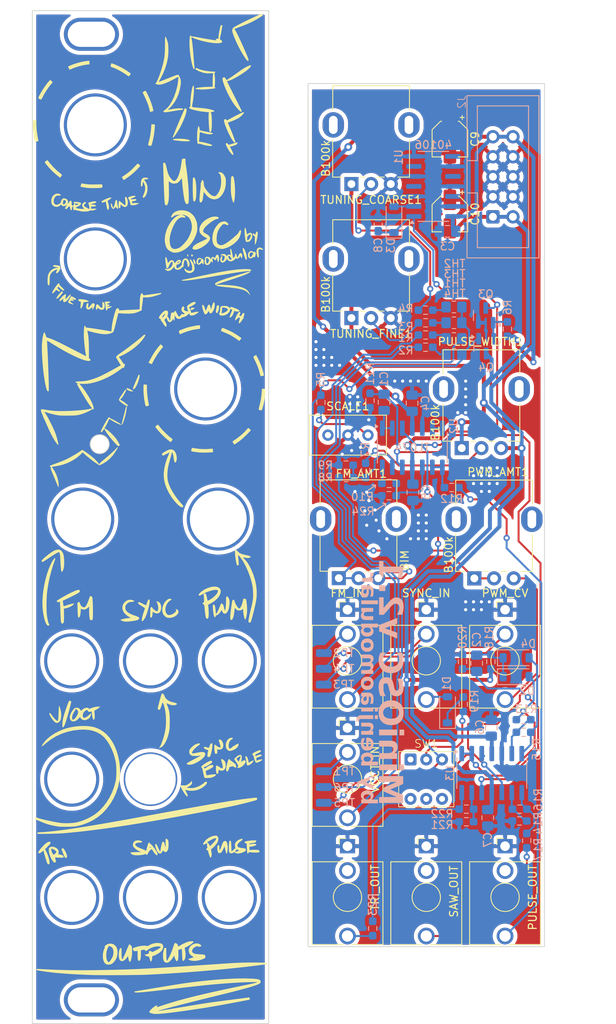
<source format=kicad_pcb>
(kicad_pcb (version 20240108) (generator "pcbnew") (generator_version "8.0")
  (title_block (title "MiniOSC") (rev "2.1") (company "benjiaomodular"))
  (layers (0 "F.Cu" signal) (31 "B.Cu" signal) (34 "B.Paste" user) (35 "F.Paste" user) (36 "B.SilkS" user "B.Silkscreen") (37 "F.SilkS" user "F.Silkscreen") (38 "B.Mask" user) (39 "F.Mask" user) (44 "Edge.Cuts" user))
  (net 0 "")
  (net 1 "Net-(U2A--)")
  (net 2 "Net-(D2-K)")
  (net 3 "GND")
  (net 4 "+12V")
  (net 5 "-12V")
  (net 6 "Net-(D3-K)")
  (net 7 "Net-(D2-A)")
  (net 8 "Net-(D3-A)")
  (net 9 "Net-(D4-A)")
  (net 10 "Net-(D1-A)")
  (net 11 "Net-(FM_AMT1-Pad3)")
  (net 12 "Net-(J9-PadT)")
  (net 13 "Net-(J9-PadTN)")
  (net 14 "Net-(D1-K)")
  (net 15 "Net-(J11-PadTN)")
  (net 16 "Net-(J11-PadT)")
  (net 17 "Net-(J12-PadT)")
  (net 19 "Net-(J13-PadT)")
  (net 22 "Net-(J14-PadT)")
  (net 23 "Net-(PULSE_WIDTH1-Pad2)")
  (net 24 "Net-(PWM_AMT1-Pad1)")
  (net 25 "Net-(R1-Pad1)")
  (net 26 "Net-(R2-Pad1)")
  (net 27 "Net-(R3-Pad2)")
  (net 28 "Net-(R3-Pad1)")
  (net 29 "Net-(R4-Pad2)")
  (net 30 "Net-(R4-Pad1)")
  (net 31 "Net-(R5-Pad1)")
  (net 32 "Net-(U2C--)")
  (net 33 "Net-(U2D-+)")
  (net 34 "Net-(R10-Pad2)")
  (net 35 "Net-(U2D--)")
  (net 36 "Net-(U3B--)")
  (net 37 "Net-(R16-Pad2)")
  (net 38 "Net-(U3D--)")
  (net 39 "Net-(R22-Pad2)")
  (net 45 "Net-(U3D-+)")
  (net 46 "Net-(Q3-B)")
  (net 47 "Net-(Q4-B)")
  (net 48 "Net-(J1-PadTN)")
  (net 49 "Net-(J10-PadT)")
  (net 50 "Net-(SW1A-B)")
  (net 55 "Net-(J10-PadTN)")
  (net 56 "Net-(U2C-+)")
  (net 57 "Net-(U3C--)")
  (net 58 "Net-(U2B--)")
  (footprint "benjiaomodular:Potentiometer_RV09" (layer "F.Cu") (at 180.5 62 90)
    (property "Reference" "TUNING_COARSE1")
    (property "Value" "B100k")
  )
  (footprint "benjiaomodular:Button_KFC7x7" (layer "F.Cu") (at 190 137.5)
    (property "Reference" "SW1")
    (property "Value" "SW_DPDT_x2")
  )
  (footprint "benjiaomodular:AudioJack_3.5mm" (layer "F.Cu") (at 200 146)
    (property "Reference" "J14" (hide yes))
    (property "Value" "PULSE_OUT")
  )
  (footprint "Capacitor_SMD:CP_Elec_4x5.8" (layer "F.Cu") (at 193 65.8 -90)
    (property "Reference" "C10")
    (property "Value" "22uF")
  )
  (footprint "LOGO" (layer "F.Cu") (at 154.8 104.25)
    (property "Reference" "G***" (hide yes))
    (property "Value" "LOGO" (hide yes))
  )
  (footprint "benjiaomodular:AudioJack_3.5mm" (layer "F.Cu") (at 180 146)
    (property "Reference" "J12" (hide yes))
    (property "Value" "TRI_OUT")
  )
  (footprint "benjiaomodular:Potentiometer_RV09" (layer "F.Cu") (at 178.9 112 90)
    (property "Reference" "FM_AMT1")
    (property "Value" "BIM")
  )
  (footprint "benjiaomodular:PanelHole_Potentiometer_RV09" (layer "F.Cu") (at 145.5 79 90)
    (property "Reference" "REF**" (hide yes))
    (property "Value" "PanelHole_Potentiometer_RV09" (hide yes))
  )
  (footprint "benjiaomodular:AudioJack_3.5mm" (layer "F.Cu") (at 200 116)
    (property "Reference" "J11" (hide yes))
    (property "Value" "PWM_CV")
  )
  (footprint "benjiaomodular:Panel_6HP" (layer "F.Cu") (at 140 40)
    (property "Reference" "REF**")
    (property "Value" "Panel_6HP")
  )
  (footprint "benjiaomodular:PanelHole_AudioJack_3.5mm" (layer "F.Cu") (at 165 116)
    (property "Reference" "REF**")
    (property "Value" "PanelHole_AudioJack_3.5mm")
  )
  (footprint "benjiaomodular:PanelHole_AudioJack_3.5mm" (layer "F.Cu") (at 145 131)
    (property "Reference" "REF**")
    (property "Value" "PanelHole_AudioJack_3.5mm" (hide yes))
  )
  (footprint "benjiaomodular:PanelHole_Potentiometer_RV09" (layer "F.Cu") (at 143.9 112 90)
    (property "Reference" "REF**" (hide yes))
    (property "Value" "PanelHole_Potentiometer_RV09" (hide yes))
  )
  (footprint "benjiaomodular:PanelHole_AudioJack_3.5mm" (layer "F.Cu") (at 145 146)
    (property "Reference" "REF**")
    (property "Value" "PanelHole_AudioJack_3.5mm" (hide yes))
  )
  (footprint "benjiaomodular:PanelHole_AudioJack_3.5mm" (layer "F.Cu") (at 155 116)
    (property "Reference" "REF**")
    (property "Value" "PanelHole_AudioJack_3.5mm")
  )
  (footprint "benjiaomodular:AudioJack_3.5mm" (layer "F.Cu") (at 180 131)
    (property "Reference" "J9" (hide yes))
    (property "Value" "VOCT_IN")
  )
  (footprint "benjiaomodular:Potentiometer_RV09" (layer "F.Cu") (at 194.5 95.5 90)
    (property "Reference" "PULSE_WIDTH1")
    (property "Value" "B100k")
  )
  (footprint "benjiaomodular:AudioJack_3.5mm" (layer "F.Cu") (at 190 116)
    (property "Reference" "J1" (hide yes))
    (property "Value" "SYNC_IN")
  )
  (footprint "benjiaomodular:PanelHole_Potentiometer_RV09" (layer "F.Cu") (at 159.5 95.5 90)
    (property "Reference" "REF**" (hide yes))
    (property "Value" "PanelHole_Potentiometer_RV09" (hide yes))
  )
  (footprint "benjiaomodular:PanelHole_Potentiometer_RV09" (layer "F.Cu") (at 161.1 112 90)
    (property "Reference" "REF**" (hide yes))
    (property "Value" "PanelHole_Potentiometer_RV09" (hide yes))
  )
  (footprint "benjiaomodular:PanelHole_AudioJack_3.5mm" (layer "F.Cu") (at 165 146)
    (property "Reference" "REF**")
    (property "Value" "PanelHole_AudioJack_3.5mm")
  )
  (footprint "benjiaomodular:PanelHole_Potentiometer_RV09" (layer "F.Cu") (at 145.5 62 90)
    (property "Reference" "REF**" (hide yes))
    (property "Value" "PanelHole_Potentiometer_RV09" (hide yes))
  )
  (footprint "benjiaomodular:Potentiometer_RV09" (layer "F.Cu") (at 180.5 79 90)
    (property "Reference" "TUNING_FINE1")
    (property "Value" "B100k")
  )
  (footprint "benjiaomodular:Potentiometer_RV09" (layer "F.Cu") (at 196.1 112.025 90)
    (property "Reference" "PWM_AMT1")
    (property "Value" "B100k")
  )
  (footprint "benjiaomodular:AudioJack_3.5mm" (layer "F.Cu") (at 190 146)
    (property "Reference" "J13" (hide yes))
    (property "Value" "SAW_OUT")
  )
  (footprint "Potentiometer_THT:Potentiometer_Bourns_3296W_Vertical" (layer "F.Cu") (at 182.6 93.85)
    (property "Reference" "SCALE1")
    (property "Value" "B1k")
  )
  (footprint "benjiaomodular:PanelHole_AudioJack_3.5mm" (layer "F.Cu") (at 155 146)
    (property "Reference" "REF**")
    (property "Value" "PanelHole_AudioJack_3.5mm")
  )
  (footprint "benjiaomodular:PanelHole_AudioJack_3.5mm" (layer "F.Cu") (at 145 116)
    (property "Reference" "REF**")
    (property "Value" "PanelHole_AudioJack_3.5mm" (hide yes))
  )
  (footprint "Capacitor_SMD:CP_Elec_4x5.8" (layer "F.Cu") (at 193 56.3 -90)
    (property "Reference" "C9")
    (property "Value" "22uF")
  )
  (footprint "benjiaomodular:AudioJack_3.5mm" (layer "F.Cu") (at 180 116)
    (property "Reference" "J10" (hide yes))
    (property "Value" "FM_IN")
  )
  (footprint "Diode_SMD:D_SOD-123" (layer "B.Cu") (at 201.4 124.5)
    (property "Reference" "D2")
    (property "Value" "1N4148W")
  )
  (footprint "Diode_SMD:D_SOD-123" (layer "B.Cu") (at 192.7 128.7 90)
    (property "Reference" "D1")
    (property "Value" "1N4148W")
  )
  (footprint "Connector_Wire:SolderWirePad_1x01_SMD_1x2mm" (layer "B.Cu") (at 177 123.5 90)
    (property "Reference" "TP4")
    (property "Value" "TestPoint")
  )
  (footprint "Resistor_SMD:R_0603_1608Metric_Pad0.98x0.95mm_HandSolder" (layer "B.Cu") (at 182.86 89.46 90)
    (property "Reference" "R11")
    (property "Value" "100k")
  )
  (footprint "Resistor_SMD:R_0603_1608Metric_Pad0.98x0.95mm_HandSolder" (layer "B.Cu") (at 198.2 122.6 90)
    (property "Reference" "R18")
    (property "Value" "20k")
  )
  (footprint "Connector_Wire:SolderWirePad_1x01_SMD_1x2mm" (layer "B.Cu") (at 177 125.5 90)
    (property "Reference" "TP3")
    (property "Value" "TestPoint")
  )
  (footprint "Resistor_SMD:R_0805_2012Metric_Pad1.20x1.40mm_HandSolder" (layer "B.Cu") (at 193.5125 77.6 180)
    (property "Reference" "TH2")
    (property "Value" "10K NTC")
  )
  (footprint "Resistor_SMD:R_0603_1608Metric_Pad0.98x0.95mm_HandSolder" (layer "B.Cu") (at 179.81 97.66 180)
    (property "Reference" "R9")
    (property "Value" "10k")
  )
  (footprint "Package_SO:SOIC-14_3.9x8.7mm_P1.27mm" (layer "B.Cu") (at 198.3125 136.725 -90)
    (property "Reference" "U3")
    (property "Value" "TL074")
  )
  (footprint "Resistor_SMD:R_0603_1608Metric_Pad0.98x0.95mm_HandSolder" (layer "B.Cu") (at 193.2225 100.5)
    (property "Reference" "R12")
    (property "Value" "1k")
  )
  (footprint "Resistor_SMD:R_0603_1608Metric_Pad0.98x0.95mm_HandSolder" (layer "B.Cu") (at 183.2 156.4375 -90)
    (property "Reference" "R23")
    (property "Value" "1k")
  )
  (footprint "Capacitor_SMD:C_0603_1608Metric_Pad1.08x0.95mm_HandSolder" (layer "B.Cu") (at 183.9 67.1 90)
    (property "Reference" "C8")
    (property "Value" "2.2nF")
  )
  (footprint "Resistor_SMD:R_0603_1608Metric_Pad0.98x0.95mm_HandSolder" (layer "B.Cu") (at 185.26 101.54 180)
    (property "Reference" "R24")
    (property "Value" "68k")
  )
  (footprint "Diode_SMD:D_SOD-123" (layer "B.Cu") (at 185.9 66.5 90)
    (property "Reference" "D3")
    (property "Value" "1N4148W")
  )
  (footprint "Capacitor_SMD:C_0805_2012Metric_Pad1.18x1.45mm_HandSolder" (layer "B.Cu") (at 196.4 122.8 -90)
    (property "Reference" "C2")
    (property "Value" "1uF")
  )
  (footprint "Resistor_SMD:R_0603_1608Metric_Pad0.98x0.95mm_HandSolder" (layer "B.Cu") (at 189.9125 82.7 180)
    (property "Reference" "R2")
    (property "Value" "100k")
  )
  (footprint "Connector_Wire:SolderWirePad_1x01_SMD_1x2mm" (layer "B.Cu") (at 177 121.5 90)
    (property "Reference" "TP2")
    (property "Value" "TestPoint")
  )
  (footprint "Resistor_SMD:R_0603_1608Metric_Pad0.98x0.95mm_HandSolder" (layer "B.Cu") (at 194.6 122.6 -90)
    (property "Reference" "R20")
    (property "Value" "200k")
  )
  (footprint "Connector_Wire:SolderWirePad_1x01_SMD_1x2mm" (layer "B.Cu") (at 177 140.5 90)
    (property "Reference" "TP5")
    (property "Value" "TestPoint")
  )
  (footprint "Resistor_SMD:R_0603_1608Metric_Pad0.98x0.95mm_HandSolder" (layer "B.Cu") (at 182.3 98.325 90)
    (property "Reference" "R7")
    (property "Value" "100k")
  )
  (footprint "Connector_Wire:SolderWirePad_1x01_SMD_1x2mm" (layer "B.Cu") (at 177 138.5 90)
    (property "Reference" "TP6")
    (property "Value" "TestPoint")
  )
  (footprint "Resistor_SMD:R_0603_1608Metric_Pad0.98x0.95mm_HandSolder" (layer "B.Cu") (at 179.83 99.23 180)
    (property "Reference" "R8")
    (property "Value" "20k")
  )
  (footprint "Resistor_SMD:R_0805_2012Metric_Pad1.20x1.40mm_HandSolder" (layer "B.Cu") (at 193.5125 83.6 180)
    (property "Reference" "TH4")
    (property "Value" "10K NTC")
  )
  (footprint "Capacitor_SMD:C_0805_2012Metric_Pad1.18x1.45mm_HandSolder" (layer "B.Cu") (at 197.8 142.4 90)
    (property "Reference" "C7")
    (property "Value" "100nF")
  )
  (footprint "Resistor_SMD:R_0603_1608Metric_Pad0.98x0.95mm_HandSolder" (layer "B.Cu") (at 189.9125 81.15 180)
    (property "Reference" "R1")
    (property "Value" "100k")
  )
  (footprint "Resistor_SMD:R_0603_1608Metric_Pad0.98x0.95mm_HandSolder" (layer "B.Cu") (at 176.62 89.7025 90)
    (property "Reference" "R5")
    (property "Value" "1K5")
  )
  (footprint "Connector_Wire:SolderWirePad_1x01_SMD_1x2mm" (layer "B.Cu") (at 177 136.5 90)
    (property "Reference" "TP1")
    (property "Value" "TestPoint")
  )
  (footprint "Capacitor_SMD:C_0805_2012Metric_Pad1.18x1.45mm_HandSolder" (layer "B.Cu") (at 188.2 89.8 90)
    (property "Reference" "C4")
    (property "Value" "100nF")
  )
  (footprint "Resistor_SMD:R_0603_1608Metric_Pad0.98x0.95mm_HandSolder" (layer "B.Cu") (at 202.75 145.3 -90)
    (property "Reference" "R17")
    (property "Value" "1k")
  )
  (footprint "Capacitor_SMD:C_0805_2012Metric_Pad1.18x1.45mm_HandSolder" (layer "B.Cu") (at 192.7 68 180)
    (property "Reference" "C3")
    (property "Value" "100nF")
  )
  (footprint "Resistor_SMD:R_0603_1608Metric_Pad0.98x0.95mm_HandSolder" (layer "B.Cu") (at 202.35 129.95 180)
    (property "Reference" "R13")
    (property "Value" "10k")
  )
  (footprint "Package_TO_SOT_SMD:SOT-23" (layer "B.Cu") (at 197.55 78.6625 90)
    (property "Reference" "Q3")
    (property "Value" "BC848")
  )
  (footprint "Resistor_SMD:R_0603_1608Metric_Pad0.98x0.95mm_HandSolder" (layer "B.Cu") (at 202.35 131.55 180)
    (property "Reference" "R15")
    (property "Value" "10k")
  )
  (footprint "Package_SO:SOIC-14_3.9x8.7mm_P1.27mm" (layer "B.Cu") (at 188.2275 95.45 -90)
    (property "Reference" "U2")
    (property "Value" "TL074")
  )
  (footprint "Resistor_SMD:R_0603_1608Metric_Pad0.98x0.95mm_HandSolder" (layer "B.Cu") (at 201.8375 142.8 180)
    (property "Reference" "R14")
    (property "Value" "68k")
  )
  (footprint "Resistor_SMD:R_0603_1608Metric_Pad0.98x0.95mm_HandSolder" (layer "B.Cu") (at 194.7 127.9875 90)
    (property "Reference" "R19")
    (property "Value" "1k")
  )
  (footprint "Resistor_SMD:R_0603_1608Metric_Pad0.98x0.95mm_HandSolder" (layer "B.Cu") (at 185.28 99.98 180)
    (property "Reference" "R10")
    (property "Value" "100k")
  )
  (footprint "Capacitor_SMD:C_0805_2012Metric_Pad1.18x1.45mm_HandSolder" (layer "B.Cu") (at 184.64 89.69 90)
    (property "Reference" "C1")
    (property "Value" "1uF")
  )
  (footprint "benjiaomodular:Header_IDC2x05_NoArrow" (layer "B.Cu") (at 198.46 66.16)
    (property "Reference" "J2")
    (property "Value" "Conn_01x10_Pin")
  )
  (footprint "Resistor_SMD:R_0603_1608Metric_Pad0.98x0.95mm_HandSolder" (layer "B.Cu") (at 195.0875 142.9 180)
    (property "Reference" "R21")
    (property "Value" "20k")
  )
  (footprint "Package_TO_SOT_SMD:SOT-23" (layer "B.Cu") (at 197.6 82.5625 -90)
    (property "Reference" "Q4")
    (property "Value" "BC858")
  )
  (footprint "Resistor_SMD:R_0603_1608Metric_Pad0.98x0.95mm_HandSolder" (layer "B.Cu") (at 189.9125 79.6 180)
    (property "Reference" "R3")
    (property "Value" "1M")
  )
  (footprint "Package_SO:SOIC-14_3.9x8.7mm_P1.27mm" (layer "B.Cu") (at 190.9 62.3)
    (property "Reference" "U1")
    (property "Value" "40106")
  )
  (footprint "Resistor_SMD:R_0603_1608Metric_Pad0.98x0.95mm_HandSolder" (layer "B.Cu") (at 201.85 141.3)
    (property "Reference" "R16")
    (property "Value" "100k")
  )
  (footprint "Resistor_SMD:R_0603_1608Metric_Pad0.98x0.95mm_HandSolder" (layer "B.Cu") (at 195.0875 141.3 180)
    (property "Reference" "R22")
    (property "Value" "100k")
  )
  (footprint "Resistor_SMD:R_0603_1608Metric_Pad0.98x0.95mm_HandSolder" (layer "B.Cu") (at 189.9125 78 180)
    (property "Reference" "R4")
    (property "Value" "100k")
  )
  (footprint "Capacitor_SMD:C_0805_2012Metric_Pad1.18x1.45mm_HandSolder" (layer "B.Cu") (at 188.3 101.11 90)
    (property "Reference" "C5")
    (property "Value" "100nF")
  )
  (footprint "Resistor_SMD:R_0603_1608Metric_Pad0.98x0.95mm_HandSolder" (layer "B.Cu") (at 200.3 80.4 -90)
    (property "Reference" "R6")
    (property "Value" "1M")
  )
  (footprint "Capacitor_SMD:C_0805_2012Metric_Pad1.18x1.45mm_HandSolder" (layer "B.Cu") (at 198.25 131 90)
    (property "Reference" "C6")
    (property "Value" "100nF")
  )
  (footprint "Resistor_SMD:R_0805_2012Metric_Pad1.20x1.40mm_HandSolder" (layer "B.Cu") (at 193.5125 81.6 180)
    (property "Reference" "TH1")
    (property "Value" "10K NTC")
  )
  (footprint "Diode_SMD:D_SOD-123" (layer "B.Cu") (at 201.4 122.1)
    (property "Reference" "D4")
    (property "Value" "1N4148W")
  )
  (footprint "Resistor_SMD:R_0805_2012Metric_Pad1.20x1.40mm_HandSolder" (layer "B.Cu") (at 193.5125 79.6 180)
    (property "Reference" "TH3")
    (property "Value" "10K NTC")
  )
  (gr_line (start 183.545 100.2) (end 183.145 100.175) (stroke (width 0.15)) (layer "B.SilkS"))
  (gr_line (start 184.825 102.875) (end 184.85 102.55) (stroke (width 0.15)) (layer "B.SilkS"))
  (gr_line (start 184.85 102.55) (end 184.825 102.875) (stroke (width 0.15)) (layer "B.SilkS"))
  (gr_line (start 183.545 100.2) (end 182.645 100.85) (stroke (width 0.15)) (layer "B.SilkS"))
  (gr_line (start 184.85 102.55) (end 183.525 103.45) (stroke (width 0.15)) (layer "B.SilkS"))
  (gr_line (start 183.545 100.2) (end 183.52 100.55) (stroke (width 0.15)) (layer "B.SilkS"))
  (gr_line (start 184.85 102.55) (end 184.475 102.45) (stroke (width 0.15)) (layer "B.SilkS"))
  (gr_rect (start 175 49.25) (end 205 158.75) (stroke (width 0.1)) (fill none) (layer "Edge.Cuts"))
  (gr_rect (start 140 40) (end 170 168.5) (stroke (width 0.1)) (fill none) (layer "Edge.Cuts"))
  (gr_circle (center 148.55 95) (end 149.75 95) (stroke (width 0.1)) (fill none) (layer "Edge.Cuts"))
  (gr_text "by benjiaomodular" (at 181.4 140.8 -90) (layer "B.SilkS") (effects (font (size 2 2) (thickness 0.4) (bold yes)) (justify left bottom mirror)))
  (gr_text "MiniOSC v2.1" (at 183.5 140.9 270) (layer "B.SilkS") (effects (font (size 3 3) (thickness 0.6) (bold yes)) (justify left bottom mirror)))
  (via (at 155 137.5) (size 6.8) (drill 6.4) (layers "F.Cu" "B.Cu") (net 0))
  (segment (start 184.64 92.7525) (end 184.4175 92.975) (width 0.25) (layer "B.Cu") (net 1))
  (segment (start 184.64 90.7275) (end 184.64 92.7525) (width 0.25) (layer "B.Cu") (net 1))
  (segment (start 184.4175 92.975) (end 185.6875 92.975) (width 0.25) (layer "B.Cu") (net 1))
  (segment (start 198.6125 122.1) (end 198.2 121.6875) (width 0.25) (layer "B.Cu") (net 2))
  (segment (start 199.75 122.1) (end 198.6125 122.1) (width 0.25) (layer "B.Cu") (net 2))
  (segment (start 196.475 121.6875) (end 196.4 121.7625) (width 0.25) (layer "B.Cu") (net 2))
  (segment (start 199.75 122.1) (end 199.75 124.5) (width 0.25) (layer "B.Cu") (net 2))
  (segment (start 198.2 121.6875) (end 196.475 121.6875) (width 0.25) (layer "B.Cu") (net 2))
  (via (at 196 115) (size 0.8) (drill 0.4) (layers "F.Cu" "B.Cu") (net 3))
  (via (at 179.33 96.28) (size 0.8) (drill 0.4) (layers "F.Cu" "B.Cu") (net 3))
  (via (at 181.3 90.8) (size 0.8) (drill 0.4) (layers "F.Cu" "B.Cu") (net 3))
  (via (at 199 98) (size 0.8) (drill 0.4) (layers "F.Cu" "B.Cu") (net 3))
  (via (at 179 85) (size 0.8) (drill 0.4) (layers "F.Cu" "B.Cu") (net 3))
  (via (at 177 83) (size 0.8) (drill 0.4) (layers "F.Cu" "B.Cu") (net 3))
  (via (at 198 115) (size 0.8) (drill 0.4) (layers "F.Cu" "B.Cu") (net 3))
  (via (at 186 87) (size 0.8) (drill 0.4) (layers "F.Cu" "B.Cu") (net 3))
  (via (at 195 116) (size 0.8) (drill 0.4) (layers "F.Cu" "B.Cu") (net 3))
  (via (at 180.3 89.9) (size 0.8) (drill 0.4) (layers "F.Cu" "B.Cu") (net 3))
  (via (at 194 91) (size 0.8) (drill 0.4) (layers "F.Cu" "B.Cu") (net 3))
  (via (at 181.3 89.9) (size 0.8) (drill 0.4) (layers "F.Cu" "B.Cu") (net 3))
  (via (at 188 107) (size 0.8) (drill 0.4) (layers "F.Cu" "B.Cu") (net 3))
  (via (at 190 87) (size 0.8) (drill 0.4) (layers "F.Cu" "B.Cu") (net 3))
  (via (at 177 84) (size 0.8) (drill 0.4) (layers "F.Cu" "B.Cu") (net 3))
  (via (at 176 84) (size 0.8) (drill 0.4) (layers "F.Cu" "B.Cu") (net 3))
  (via (at 189 105) (size 0.8) (drill 0.4) (layers "F.Cu" "B.Cu") (net 3))
  (via (at 183.64 104.64) (size 0.8) (drill 0.4) (layers "F.Cu" "B.Cu") (net 3))
  (via (at 184 106) (size 0.8) (drill 0.4) (layers "F.Cu" "B.Cu") (net 3))
  (via (at 190 104) (size 0.8) (drill 0.4) (layers "F.Cu" "B.Cu") (net 3))
  (via (at 178 84) (size 0.8) (drill 0.4) (layers "F.Cu" "B.Cu") (net 3))
  (via (at 195 115) (size 0.8) (drill 0.4) (layers "F.Cu" "B.Cu") (net 3))
  (via (at 195 87) (size 0.8) (drill 0.4) (layers "F.Cu" "B.Cu") (net 3))
  (via (at 197 101) (size 0.8) (drill 0.4) (layers "F.Cu" "B.Cu") (net 3))
  (via (at 176 82) (size 0.8) (drill 0.4) (layers "F.Cu" "B.Cu") (net 3))
  (via (at 183.49 103.35) (size 0.8) (drill 0.4) (layers "F.Cu" "B.Cu") (net 3))
  (via (at 195 89) (size 0.8) (drill 0.4) (layers "F.Cu" "B.Cu") (net 3))
  (via (at 176 83) (size 0.8) (drill 0.4) (layers "F.Cu" "B.Cu") (net 3))
  (via (at 180.95 101.01) (size 0.8) (drill 0.4) (layers "F.Cu" "B.Cu") (net 3))
  (via (at 195 91) (size 0.8) (drill 0.4) (layers "F.Cu" "B.Cu") (net 3))
  (via (at 197 115) (size 0.8) (drill 0.4) (layers "F.Cu" "B.Cu") (net 3))
  (via (at 197 100) (size 0.8) (drill 0.4) (layers "F.Cu" "B.Cu") (net 3))
  (via (at 181.66 95.41) (size 0.8) (drill 0.4) (layers "F.Cu" "B.Cu") (net 3))
  (via (at 176 85) (size 0.8) (drill 0.4) (layers "F.Cu" "B.Cu") (net 3))
  (via (at 187 87) (size 0.8) (drill 0.4) (layers "F.Cu" "B.Cu") (net 3))
  (via (at 188 87) (size 0.8) (drill 0.4) (layers "F.Cu" "B.Cu") (net 3))
  (via (at 198 99) (size 0.8) (drill 0.4) (layers "F.Cu" "B.Cu") (net 3))
  (via (at 180.3 89) (size 0.8) (drill 0.4) (layers "F.Cu" "B.Cu") (net 3))
  (via (at 197 116) (size 0.8) (drill 0.4) (layers "F.Cu" "B.Cu") (net 3))
  (via (at 185 107) (size 0.8) (drill 0.4) (layers "F.Cu" "B.Cu") (net 3))
  (via (at 182.21 103.46) (size 0.8) (drill 0.4) (layers "F.Cu" "B.Cu") (net 3))
  (via (at 196 100) (size 0.8) (drill 0.4) (layers "F.Cu" "B.Cu") (net 3))
  (via (at 199 99) (size 0.8) (drill 0.4) (layers "F.Cu" "B.Cu") (net 3))
  (via (at 190 107) (size 0.8) (drill 0.4) (layers "F.Cu" "B.Cu") (net 3))
  (via (at 180.3 90.8) (size 0.8) (drill 0.4) (layers "F.Cu" "B.Cu") (net 3))
  (via (at 198 101) (size 0.8) (drill 0.4) (layers "F.Cu" "B.Cu") (net 3))
  (via (at 182.44 105.29) (size 0.8) (drill 0.4) (layers "F.Cu" "B.Cu") (net 3))
  (via (at 177 85) (size 0.8) (drill 0.4) (layers "F.Cu" "B.Cu") (net 3))
  (via (at 178 85) (size 0.8) (drill 0.4) (layers "F.Cu" "B.Cu") (net 3))
  (via (at 181.3 89) (size 0.8) (drill 0.4) (layers "F.Cu" "B.Cu") (net 3))
  (via (at 189 106) (size 0.8) (drill 0.4) (layers "F.Cu" "B.Cu") (net 3))
  (via (at 197 98) (size 0.8) (drill 0.4) (layers "F.Cu" "B.Cu") (net 3))
  (via (at 189 107) (size 0.8) (drill 0.4) (layers "F.Cu" "B.Cu") (net 3))
  (via (at 196 116) (size 0.8) (drill 0.4) (layers "F.Cu" "B.Cu") (net 3))
  (via (at 195 88) (size 0.8) (drill 0.4) (layers "F.Cu" "B.Cu") (net 3))
  (via (at 182.44 101.09) (size 0.8) (drill 0.4) (layers "F.Cu" "B.Cu") (net 3))
  (via (at 182.74 102.17) (size 0.8) (drill 0.4) (layers "F.Cu" "B.Cu") (net 3))
  (via (at 189 104) (size 0.8) (drill 0.4) (layers "F.Cu" "B.Cu") (net 3))
  (via (at 190 106) (size 0.8) (drill 0.4) (layers "F.Cu" "B.Cu") (net 3))
  (via (at 197 99) (size 0.8) (drill 0.4) (layers "F.Cu" "B.Cu") (net 3))
  (via (at 180.53 95.81) (size 0.8) (drill 0.4) (layers "F.Cu" "B.Cu") (net 3))
  (via (at 198 98) (size 0.8) (drill 0.4) (layers "F.Cu" "B.Cu") (net 3))
  (via (at 196 99) (size 0.8) (drill 0.4) (layers "F.Cu" "B.Cu") (net 3))
  (via (at 198 100) (size 0.8) (drill 0.4) (layers "F.Cu" "B.Cu") (net 3))
  (via (at 189 87) (size 0.8) (drill 0.4) (layers "F.Cu" "B.Cu") (net 3))
  (via (at 199 100) (size 0.8) (drill 0.4) (layers "F.Cu" "B.Cu") (net 3))
  (via (at 182.7 91.91) (size 0.8) (drill 0.4) (layers "F.Cu" "B.Cu") (net 3))
  (via (at 190 105) (size 0.8) (drill 0.4) (layers "F.Cu" "B.Cu") (net 3))
  (via (at 195 90) (size 0.8) (drill 0.4) (layers "F.Cu" "B.Cu") (net 3))
  (segment (start 189.4975 92.000001) (end 189.4975 92.975) (width 0.25) (layer "B.Cu") (net 3))
  (segment (start 191.4 52) (end 185.3 52) (width 0.5) (layer "F.Cu") (net 4))
  (segment (start 185.740775 88.940775) (end 186.095 88.940775) (width 0.5) (layer "F.Cu") (net 4))
  (segment (start 180.1 57.2) (end 180.1 57.3) (width 0.5) (layer "F.Cu") (net 4))
  (segment (start 193 53.6) (end 191.4 52) (width 0.5) (layer "F.Cu") (net 4))
  (segment (start 195.4 56) (end 193 53.6) (width 0.5) (layer "F.Cu") (net 4))
  (segment (start 198.46 56) (end 195.4 56) (width 0.5) (layer "F.Cu") (net 4))
  (segment (start 202.1 95.5) (end 199.5 95.5) (width 0.5) (layer "F.Cu") (net 4))
  (segment (start 201.6 82.6) (end 203.6 84.6) (width 0.5) (layer "F.Cu") (net 4))
  (segment (start 176.9 80.1) (end 185.740775 88.940775) (width 0.5) (layer "F.Cu") (net 4))
  (segment (start 201.6 81.8) (end 201.6 82.6) (width 0.5) (layer "F.Cu") (net 4))
  (segment (start 185.3 52) (end 180.1 57.2) (width 0.5) (layer "F.Cu") (net 4))
  (via (at 186.095 88.940775) (size 1) (drill 0.5) (layers "F.Cu" "B.Cu") (net 4))
  (via (at 203.6 84.6) (size 0.8) (drill 0.4) (layers "F.Cu" "B.Cu") (net 4))
  (via (at 201.6 81.8) (size 0.8) (drill 0.4) (layers "F.Cu" "B.Cu") (net 4))
  (via (at 202.1 95.5) (size 1) (drill 0.5) (layers "F.Cu" "B.Cu") (net 4))
  (via (at 180.1 57.3) (size 1) (drill 0.5) (layers "F.Cu" "B.Cu") (net 4))
  (via (at 176.9 80.1) (size 0.8) (drill 0.4) (layers "F.Cu" "B.Cu") (net 4))
  (segment (start 203.61 58.61) (end 201 56) (width 0.5) (layer "B.Cu") (net 4))
  (segment (start 198.3125 132.25) (end 198.1625 132.1) (width 0.5) (layer "B.Cu") (net 4))
  (segment (start 192.98995 131.5) (end 190.4 131.5) (width 0.5) (layer "B.Cu") (net 4))
  (segment (start 195.19 66.11) (end 196.4 64.9) (width 0.5) (layer "B.Cu") (net 4))
  (segment (start 188.2 125.402082) (end 188.35 125.252082) (width 0.5) (layer "B.Cu") (net 4))
  (segment (start 198.25 87.8) (end 203.61 82.44) (width 0.5) (layer "B.Cu") (net 4))
  (segment (start 201.1125 81.3125) (end 201.6 81.8) (width 0.5) (layer "B.Cu") (net 4))
  (segment (start 193.375 67.6375) (end 193.7375 68) (width 0.5) (layer "B.Cu") (net 4))
  (segment (start 188.35 124.547918) (end 188.2 124.397918) (width 0.5) (layer "B.Cu") (net 4))
  (segment (start 199.296752 105.453248) (end 199.296752 103.193198) (width 0.5) (layer "B.Cu") (net 4))
  (segment (start 175.75 78.95) (end 175.75 61.65) (width 0.5) (layer "B.Cu") (net 4))
  (segment (start 198.25 89.71005) (end 198.25 87.8) (width 0.5) (layer "B.Cu") (net 4))
  (segment (start 188.2275 90.865) (end 188.2275 92.975) (width 0.5) (layer "B.Cu") (net 4))
  (segment (start 188.35 125.252082) (end 188.35 124.547918) (width 0.5) (layer "B.Cu") (net 4))
  (segment (start 198.1625 132.1) (end 193.58995 132.1) (width 0.5) (layer "B.Cu") (net 4))
  (segment (start 203.6 84.6) (end 203.6 82.45) (width 0.5) (layer "B.Cu") (net 4))
  (segment (start 196.4 64.9) (end 196.4 58.06) (width 0.5) (layer "B.Cu") (net 4))
  (segment (start 202.1 95.5) (end 202.1 93.56005) (width 0.5) (layer "B.Cu") (net 4))
  (segment (start 190.48995 111.8) (end 192.95 111.8) (width 0.5) (layer "B.Cu") (net 4))
  (segment (start 192.95 111.8) (end 199.296752 105.453248) (width 0.5) (layer "B.Cu") (net 4))
  (segment (start 193.375 66.11) (end 193.375 67.6375) (width 0.5) (layer "B.Cu") (net 4))
  (segment (start 199.296752 103.193198) (end 202.1 100.38995) (width 0.5) (layer "B.Cu") (net 4))
  (segment (start 188.2 129.3) (end 188.2 125.402082) (width 0.5) (layer "B.Cu") (net 4))
  (segment (start 202.1 93.56005) (end 198.25 89.71005) (width 0.5) (layer "B.Cu") (net 4))
  (segment (start 190.4 131.5) (end 188.2 129.3) (width 0.5) (layer "B.Cu") (net 4))
  (segment (start 188.2 124.397918) (end 188.2 114.08995) (width 0.5) (layer "B.Cu") (net 4))
  (segment (start 201 56) (end 198.46 56) (width 0.5) (layer "B.Cu") (net 4))
  (segment (start 176.9 80.1) (end 175.75 78.95) (width 0.5) (layer "B.Cu") (net 4))
  (segment (start 193.375 66.11) (end 195.19 66.11) (width 0.5) (layer "B.Cu") (net 4))
  (segment (start 203.61 82.44) (end 203.61 58.61) (width 0.5) (layer "B.Cu") (net 4))
  (segment (start 200.3 81.3125) (end 201.1125 81.3125) (width 0.5) (layer "B.Cu") (net 4))
  (segment (start 188.2 90.8375) (end 187.805622 90.8375) (width 0.5) (layer "B.Cu") (net 4))
  (segment (start 202.1 100.38995) (end 202.1 95.5) (width 0.5) (layer "B.Cu") (net 4))
  (segment (start 180.1 57.3) (end 180.13 57.27) (width 0.5) (layer "B.Cu") (net 4))
  (segment (start 188.2 114.08995) (end 190.48995 111.8) (width 0.5) (layer "B.Cu") (net 4))
  (segment (start 196.4 58.06) (end 198.46 56) (width 0.5) (layer "B.Cu") (net 4))
  (segment (start 187.805622 90.8375) (end 186.15 89.181878) (width 0.5) (layer "B.Cu") (net 4))
  (segment (start 188.2 90.8375) (end 188.2275 90.865) (width 0.5) (layer "B.Cu") (net 4))
  (segment (start 203.6 82.45) (end 203.61 82.44) (width 0.5) (layer "B.Cu") (net 4))
  (segment (start 175.75 61.65) (end 180.1 57.3) (width 0.5) (layer "B.Cu") (net 4))
  (segment (start 198.3125 134.25) (end 198.3125 132.25) (width 0.5) (layer "B.Cu") (net 4))
  (segment (start 193.58995 132.1) (end 192.98995 131.5) (width 0.5) (layer "B.Cu") (net 4))
  (segment (start 193.4475 66.0375) (end 193.375 66.11) (width 0.5) (layer "B.Cu") (net 4))
  (segment (start 198.1 124.9) (end 187.5 124.9) (width 0.5) (layer "F.Cu") (net 5))
  (segment (start 181.383179 83.381097) (end 181.381097 83.381097) (width 0.5) (layer "F.Cu") (net 5))
  (segment (start 183.07 85.07) (end 181.881097 83.881097) (width 0.5) (layer "F.Cu") (net 5))
  (segment (start 188.55 94.25) (end 187.617432 95.182568) (width 0.5) (layer "F.Cu") (net 5))
  (segment (start 193.900432 92.2) (end 191.850432 94.25) (width 0.5) (layer "F.Cu") (net 5))
  (segment (start 181.881097 83.881097) (end 181.881097 83.879015) (width 0.5) (layer "F.Cu") (net 5))
  (segment (start 191.850432 94.25) (end 188.55 94.25) (width 0.5) (layer "F.Cu") (net 5))
  (segment (start 195.34 66.16) (end 193 68.5) (width 0.5) (layer "F.Cu") (net 5))
  (segment (start 198.46 66.16) (end 195.34 66.16) (width 0.5) (layer "F.Cu") (net 5))
  (segment (start 181.381097 83.381097) (end 180.5 82.5) (width 0.5) (layer "F.Cu") (net 5))
  (segment (start 197.3 91.9) (end 197.3 89.75) (width 0.5) (layer "F.Cu") (net 5))
  (segment (start 197 92.2) (end 197.3 91.9) (width 0.5) (layer "F.Cu") (net 5))
  (segment (start 196.27 85.07) (end 183.07 85.07) (width 0.5) (layer "F.Cu") (net 5))
  (segment (start 180.5 82.5) (end 180.5 79) (width 0.5) (layer "F.Cu") (net 5))
  (segment (start 194.5 92.2) (end 193.900432 92.2) (width 0.5) (layer "F.Cu") (net 5))
  (segment (start 197.3 89.75) (end 197.3 86.1) (width 0.5) (layer "F.Cu") (net 5))
  (segment (start 181.881097 83.879015) (end 181.383179 83.381097) (width 0.5) (layer "F.Cu") (net 5))
  (segment (start 197.3 86.1) (end 196.27 85.07) (width 0.5) (layer "F.Cu") (net 5))
  (segment (start 194.5 92.2) (end 197 92.2) (width 0.5) (layer "F.Cu") (net 5))
  (segment (start 180.5 79) (end 180.5 62) (width 0.5) (layer "F.Cu") (net 5))
  (via (at 187.5 124.9) (size 0.8) (drill 0.4) (layers "F.Cu" "B.Cu") (net 5))
  (via (at 194.5 92.2) (size 1) (drill 0.5) (layers "F.Cu" "B.Cu") (net 5))
  (via (at 187.617432 95.182568) (size 1) (drill 0.5) (layers "F.Cu" "B.Cu") (net 5))
  (via (at 198.1 124.9) (size 0.8) (drill 0.4) (layers "F.Cu" "B.Cu") (net 5))
  (via (at 197.3 89.75) (size 1) (drill 0.5) (layers "F.Cu" "B.Cu") (net 5))
  (segment (start 202.91 82.15005) (end 202.91 68.07) (width 0.5) (layer "B.Cu") (net 5))
  (segment (start 198.079523 103.420477) (end 198.079523 104.65) (width 0.5) (layer "B.Cu") (net 5))
  (segment (start 190.1 132.2) (end 187.5 129.6) (width 0.5) (layer "B.Cu") (net 5))
  (segment (start 198.3125 139.2) (end 198.3125 137.416921) (width 0.5) (layer "B.Cu") (net 5))
  (segment (start 193.45 135.3) (end 193.45 132.95) (width 0.5) (layer "B.Cu") (net 5))
  (segment (start 192.7 132.2) (end 190.1 132.2) (width 0.5) (layer "B.Cu") (net 5))
  (segment (start 190.2 111.1) (end 192.65 111.1) (width 0.5) (layer "B.Cu") (net 5))
  (segment (start 194.75 136.6) (end 193.45 135.3) (width 0.5) (layer "B.Cu") (net 5))
  (segment (start 198.46 66.16) (end 201 66.16) (width 0.5) (layer "B.Cu") (net 5))
  (segment (start 198.079523 105.670477) (end 198.079523 104.65) (width 0.5) (layer "B.Cu") (net 5))
  (segment (start 194.5 92.2) (end 194.5 95.5) (width 0.5) (layer "B.Cu") (net 5))
  (segment (start 188.2275 97.925) (end 188.2275 100) (width 0.5) (layer "B.Cu") (net 5))
  (segment (start 201 93.45) (end 201 100.5) (width 0.5) (layer "B.Cu") (net 5))
  (segment (start 201 100.5) (end 198.079523 103.420477) (width 0.5) (layer "B.Cu") (net 5))
  (segment (start 197.495579 136.6) (end 194.75 136.6) (width 0.5) (layer "B.Cu") (net 5))
  (segment (start 198.3125 139.2) (end 198.3125 140.85) (width 0.5) (layer "B.Cu") (net 5))
  (segment (start 197.3 89.75) (end 201 93.45) (width 0.5) (layer "B.Cu") (net 5))
  (segment (start 187.617432 95.182568) (end 188.2275 95.792636) (width 0.5) (layer "B.Cu") (net 5))
  (segment (start 192.65 111.1) (end 198.079523 105.670477) (width 0.5) (layer "B.Cu") (net 5))
  (segment (start 193.45 132.95) (end 192.7 132.2) (width 0.5) (layer "B.Cu") (net 5))
  (segment (start 187.5 124.9) (end 187.5 113.8) (width 0.5) (layer "B.Cu") (net 5))
  (segment (start 198.3 84.2) (end 197.6 83.5) (width 0.5) (layer "B.Cu") (net 5))
  (segment (start 188.2275 100) (end 188.3 100.0725) (width 0.5) (layer "B.Cu") (net 5))
  (segment (start 197.3 89.75) (end 197.3 87.76005) (width 0.5) (layer "B.Cu") (net 5))
  (segment (start 197.3 87.5) (end 198.3 86.5) (width 0.5) (layer "B.Cu") (net 5))
  (segment (start 198.2 123.5125) (end 198.2 124.8) (width 0.5) (layer "B.Cu") (net 5))
  (segment (start 187.5 129.6) (end 187.5 124.9) (width 0.5) (layer "B.Cu") (net 5))
  (segment (start 198.2 124.8) (end 198.1 124.9) (width 0.5) (layer "B.Cu") (net 5))
  (segment (start 197.3 87.76005) (end 197.3 87.5) (width 0.5) (layer "B.Cu") (net 5))
  (segment (start 198.3125 137.416921) (end 197.495579 136.6) (width 0.5) (layer "B.Cu") (net 5))
  (segment (start 187.5 113.8) (end 190.2 111.1) (width 0.5) (layer "B.Cu") (net 5))
  (segment (start 188.2275 95.792636) (end 188.2275 97.925) (width 0.5) (layer "B.Cu") (net 5))
  (segment (start 197.3 87.76005) (end 202.91 82.15005) (width 0.5) (layer "B.Cu") (net 5))
  (segment (start 198.3 86.5) (end 198.3 84.2) (width 0.5) (layer "B.Cu") (net 5))
  (segment (start 198.3125 140.85) (end 197.8 141.3625) (width 0.5) (layer "B.Cu") (net 5))
  (segment (start 202.91 68.07) (end 201 66.16) (width 0.5) (layer "B.Cu") (net 5))
  (segment (start 183.5 137) (end 190 137) (width 0.25) (layer "F.Cu") (net 6))
  (segment (start 183 137.5) (end 183.5 137) (width 0.25) (layer "F.Cu") (net 6))
  (segment (start 190 137) (end 192 135) (width 0.25) (layer "F.Cu") (net 6))
  (segment (start 193.513604 93.4) (end 191.813604 95.1) (width 0.25) (layer "F.Cu") (net 6))
  (segment (start 190.140637 101.047164) (end 191.5 102.406527) (width 0.25) (layer "F.Cu") (net 6))
  (segment (start 199 77.3) (end 199 92.8) (width 0.25) (layer "F.Cu") (net 6))
  (segment (start 191.5 102.406527) (end 191.5 107.65) (width 0.25) (layer "F.Cu") (net 6))
  (segment (start 199 77.3) (end 197.7 76) (width 0.25) (layer "F.Cu") (net 6))
  (segment (start 191.813604 95.1) (end 191.1 95.1) (width 0.25) (layer "F.Cu") (net 6))
  (segment (start 199 92.8) (end 198.4 93.4) (width 0.25) (layer "F.Cu") (net 6))
  (segment (start 198.4 93.4) (end 193.513604 93.4) (width 0.25) (layer "F.Cu") (net 6))
  (segment (start 192.6 76) (end 191.3 74.7) (width 0.25) (layer "F.Cu") (net 6))
  (segment (start 197.7 76) (end 192.6 76) (width 0.25) (layer "F.Cu") (net 6))
  (via (at 190.140637 101.047164) (size 0.8) (drill 0.4) (layers "F.Cu" "B.Cu") (net 6))
  (via (at 191.1 95.1) (size 0.8) (drill 0.4) (layers "F.Cu" "B.Cu") (net 6))
  (via (at 191.3 74.7) (size 0.8) (drill 0.4) (layers "F.Cu" "B.Cu") (net 6))
  (via (at 183 137.5) (size 0.8) (drill 0.4) (layers "F.Cu" "B.Cu") (net 6))
  (via (at 199 77.3) (size 0.8) (drill 0.4) (layers "F.Cu" "B.Cu") (net 6))
  (via (at 191.5 107.65) (size 0.8) (drill 0.4) (layers "F.Cu" "B.Cu") (net 6))
  (segment (start 197.55 77.725) (end 198.575 77.725) (width 0.25) (layer "B.Cu") (net 6))
  (segment (start 186.775 129.775) (end 192 135) (width 0.25) (layer "B.Cu") (net 6))
  (segment (start 177 138.5) (end 182 138.5) (width 0.25) (layer "B.Cu") (net 6))
  (segment (start 189.7 95.1) (end 189.699204 95.099204) (width 0.25) (layer "B.Cu") (net 6))
  (segment (start 189.699204 95.099204) (end 188.700796 95.099204) (width 0.25) (layer "B.Cu") (net 6))
  (segment (start 186.775 124.599695) (end 186.775 129.775) (width 0.25) (layer "B.Cu") (net 6))
  (segment (start 189.961828 110.525) (end 186.925 113.561828) (width 0.25) (layer "B.Cu") (net 6))
  (segment (start 191.5 107.65) (end 191.5 109) (width 0.25) (layer "B.Cu") (net 6))
  (segment (start 188.425 66.11) (end 188.425 67.925) (width 0.25) (layer "B.Cu") (net 6))
  (segment (start 191.5 109) (end 189.975 110.525) (width 0.25) (layer "B.Cu") (net 6))
  (segment (start 184.0875 68.15) (end 183.9 67.9625) (width 0.25) (layer "B.Cu") (net 6))
  (segment (start 190.140637 99.623939) (end 190.1425 99.622076) (width 0.25) (layer "B.Cu") (net 6))
  (segment (start 186.925 113.561828) (end 186.925 124.449695) (width 0.25) (layer "B.Cu") (net 6))
  (segment (start 190.1425 99.622076) (end 190.1425 95.8925) (width 0.25) (layer "B.Cu") (net 6))
  (segment (start 188.425 67.925) (end 190.9 70.4) (width 0.25) (layer "B.Cu") (net 6))
  (segment (start 190.1425 95.8925) (end 189.349204 95.099204) (width 0.25) (layer "B.Cu") (net 6))
  (segment (start 190.9 70.4) (end 190.9 74.3) (width 0.25) (layer "B.Cu") (net 6))
  (segment (start 186.9575 92.975) (end 186.9575 93.355908) (width 0.25) (layer "B.Cu") (net 6))
  (segment (start 187.94 66.11) (end 185.9 68.15) (width 0.25) (layer "B.Cu") (net 6))
  (segment (start 186.9575 93.355908) (end 188.700796 95.099204) (width 0.25) (layer "B.Cu") (net 6))
  (segment (start 191.1 95.1) (end 189.7 95.1) (width 0.25) (layer "B.Cu") (net 6))
  (segment (start 185.9 68.15) (end 184.0875 68.15) (width 0.25) (layer "B.Cu") (net 6))
  (segment (start 186.925 124.449695) (end 186.775 124.599695) (width 0.25) (layer "B.Cu") (net 6))
  (segment (start 189.349204 95.099204) (end 188.700796 95.099204) (width 0.25) (layer "B.Cu") (net 6))
  (segment (start 197.5 77.675) (end 197.55 77.725) (width 0.25) (layer "B.Cu") (net 6))
  (segment (start 189.975 110.525) (end 189.961828 110.525) (width 0.25) (layer "B.Cu") (net 6))
  (segment (start 188.425 66.11) (end 187.94 66.11) (width 0.25) (layer "B.Cu") (net 6))
  (segment (start 182 138.5) (end 183 137.5) (width 0.25) (layer "B.Cu") (net 6))
  (segment (start 190.140637 101.047164) (end 190.140637 99.623939) (width 0.25) (layer "B.Cu") (net 6))
  (segment (start 190.9 74.3) (end 191.3 74.7) (width 0.25) (layer "B.Cu") (net 6))
  (segment (start 198.575 77.725) (end 199 77.3) (width 0.25) (layer "B.Cu") (net 6))
  (segment (start 203.75 130.3) (end 202.3 128.85) (width 0.25) (layer "F.Cu") (net 7))
  (segment (start 200.15 137.05) (end 203.75 133.45) (width 0.25) (layer "F.Cu") (net 7))
  (segment (start 197.65 137.05) (end 200.15 137.05) (width 0.25) (layer "F.Cu") (net 7))
  (segment (start 196.3 135.7) (end 197.65 137.05) (width 0.25) (layer "F.Cu") (net 7))
  (segment (start 203.75 133.45) (end 203.75 130.3) (width 0.25) (layer "F.Cu") (net 7))
  (via (at 202.3 128.85) (size 0.8) (drill 0.4) (layers "F.Cu" "B.Cu") (net 7))
  (via (at 196.3 135.7) (size 0.8) (drill 0.4) (layers "F.Cu" "B.Cu") (net 7))
  (segment (start 203.05 124.5) (end 203.625 125.075) (width 0.25) (layer "B.Cu") (net 7))
  (segment (start 203.625 127.525) (end 202.3 128.85) (width 0.25) (layer "B.Cu") (net 7))
  (segment (start 202.3 128.85) (end 202.3 129.0875) (width 0.25) (layer "B.Cu") (net 7))
  (segment (start 196.3 135.7) (end 195.7725 135.1725) (width 0.25) (layer "B.Cu") (net 7))
  (segment (start 203.625 125.075) (end 203.625 127.525) (width 0.25) (layer "B.Cu") (net 7))
  (segment (start 202.3 129.0875) (end 201.4375 129.95) (width 0.25) (layer "B.Cu") (net 7))
  (segment (start 195.7725 135.1725) (end 195.7725 134.25) (width 0.25) (layer "B.Cu") (net 7))
  (segment (start 195.7725 134.25) (end 194.5025 134.25) (width 0.25) (layer "B.Cu") (net 7))
  (segment (start 188.425 64.84) (end 185.91 64.84) (width 0.25) (layer "B.Cu") (net 8))
  (segment (start 185.91 64.84) (end 185.9 64.85) (width 0.25) (layer "B.Cu") (net 8))
  (segment (start 203.2625 131.55) (end 204.075 130.7375) (width 0.25) (layer "B.Cu") (net 9))
  (segment (start 203.2625 131.55) (end 203.2625 133.11) (width 0.25) (layer "B.Cu") (net 9))
  (segment (start 204.075 130.7375) (end 204.075 123.125) (width 0.25) (layer "B.Cu") (net 9))
  (segment (start 203.2625 133.11) (end 202.1225 134.25) (width 0.25) (layer "B.Cu") (net 9))
  (segment (start 204.075 123.125) (end 203.05 122.1) (width 0.25) (layer "B.Cu") (net 9))
  (segment (start 190 127.4) (end 190.35 127.05) (width 0.25) (layer "B.Cu") (net 10))
  (segment (start 190.35 127.05) (end 192.7 127.05) (width 0.25) (layer "B.Cu") (net 10))
  (segment (start 186.974999 112) (end 183.9 112) (width 0.25) (layer "F.Cu") (net 11))
  (segment (start 187.8375 111.137499) (end 186.974999 112) (width 0.25) (layer "F.Cu") (net 11))
  (via (at 187.8375 111.137499) (size 0.8) (drill 0.4) (layers "F.Cu" "B.Cu") (net 11))
  (segment (start 194.5125 81.6) (end 193.4375 82.675) (width 0.25) (layer "B.Cu") (net 11))
  (segment (start 193.4375 84.2951) (end 193.1076 84.625) (width 0.25) (layer "B.Cu") (net 11))
  (segment (start 183.261396 109.875) (end 184.780204 109.875) (width 0.25) (layer "B.Cu") (net 11))
  (segment (start 179.015 87.871396) (end 179.015 95.085) (width 0.25) (layer "B.Cu") (net 11))
  (segment (start 184.780204 109.875) (end 186.042703 111.137499) (width 0.25) (layer "B.Cu") (net 11))
  (segment (start 193.4375 82.675) (end 193.4375 84.2951) (width 0.25) (layer "B.Cu") (net 11))
  (segment (start 179.015 95.085) (end 176.95 97.15) (width 0.25) (layer "B.Cu") (net 11))
  (segment (start 180.25 103.040812) (end 180.25 106.863604) (width 0.25) (layer "B.Cu") (net 11))
  (segment (start 176.95 97.15) (end 176.95 99.740812) (width 0.25) (layer "B.Cu") (net 11))
  (segment (start 176.95 99.740812) (end 180.25 103.040812) (width 0.25) (layer "B.Cu") (net 11))
  (segment (start 186.042703 111.137499) (end 187.8375 111.137499) (width 0.25) (layer "B.Cu") (net 11))
  (segment (start 182.261396 84.625) (end 179.015 87.871396) (width 0.25) (layer "B.Cu") (net 11))
  (segment (start 180.25 106.863604) (end 183.261396 109.875) (width 0.25) (layer "B.Cu") (net 11))
  (segment (start 193.1076 84.625) (end 182.261396 84.625) (width 0.25) (layer "B.Cu") (net 11))
  (segment (start 184.593808 110.325) (end 186.475 112.206192) (width 0.25) (layer "B.Cu") (net 12))
  (segment (start 185.6 84.1) (end 182.15 84.1) (width 0.25) (layer "B.Cu") (net 12))
  (segment (start 179.8 103.227208) (end 179.8 107.05) (width 0.25) (layer "B.Cu") (net 12))
  (segment (start 183.075 110.325) (end 184.593808 110.325) (width 0.25) (layer "B.Cu") (net 12))
  (segment (start 186.325 136.075) (end 180 142.4) (width 0.25) (layer "B.Cu") (net 12))
  (segment (start 176.5 99.927208) (end 179.8 103.227208) (width 0.25) (layer "B.Cu") (net 12))
  (segment (start 189 82.7) (end 187 82.7) (width 0.25) (layer "B.Cu") (net 12))
  (segment (start 182.15 84.1) (end 178.565 87.685) (width 0.25) (layer "B.Cu") (net 12))
  (segment (start 176.5 96.9) (end 176.5 99.927208) (width 0.25) (layer "B.Cu") (net 12))
  (segment (start 186.475 124.263299) (end 186.325 124.413299) (width 0.25) (layer "B.Cu") (net 12))
  (segment (start 186.475 112.206192) (end 186.475 124.263299) (width 0.25) (layer "B.Cu") (net 12))
  (segment (start 186.325 124.413299) (end 186.325 136.075) (width 0.25) (layer "B.Cu") (net 12))
  (segment (start 179.8 107.05) (end 183.075 110.325) (width 0.25) (layer "B.Cu") (net 12))
  (segment (start 178.565 94.835) (end 176.5 96.9) (width 0.25) (layer "B.Cu") (net 12))
  (segment (start 178.565 87.685) (end 178.565 94.835) (width 0.25) (layer "B.Cu") (net 12))
  (segment (start 187 82.7) (end 185.6 84.1) (width 0.25) (layer "B.Cu") (net 12))
  (segment (start 177.6 136.5) (end 177 136.5) (width 0.25) (layer "B.Cu") (net 13))
  (segment (start 180 134.1) (end 177.6 136.5) (width 0.25) (layer "B.Cu") (net 13))
  (segment (start 192.7 129.075) (end 192.7 130.35) (width 0.25) (layer "B.Cu") (net 14))
  (segment (start 194.7 127.075) (end 192.7 129.075) (width 0.25) (layer "B.Cu") (net 14))
  (segment (start 191.85 120.85) (end 192.5 121.5) (width 0.25) (layer "F.Cu") (net 15))
  (segment (start 179.5 123.5) (end 179.5 123) (width 0.25) (layer "F.Cu") (net 15))
  (segment (start 179.5 123) (end 180.55 121.95) (width 0.25) (layer "F.Cu") (net 15))
  (segment (start 197.6 121.5) (end 200 119.1) (width 0.25) (layer "F.Cu") (net 15))
  (segment (start 187.786396 121.95) (end 188.886396 120.85) (width 0.25) (layer "F.Cu") (net 15))
  (segment (start 200 119.1) (end 200.1 119) (width 0.25) (layer "F.Cu") (net 15))
  (segment (start 188.886396 120.85) (end 191.85 120.85) (width 0.25) (layer "F.Cu") (net 15))
  (segment (start 192.5 121.5) (end 197.6 121.5) (width 0.25) (layer "F.Cu") (net 15))
  (segment (start 180.55 121.95) (end 187.786396 121.95) (width 0.25) (layer "F.Cu") (net 15))
  (via (at 179.5 123.5) (size 0.8) (drill 0.4) (layers "F.Cu" "B.Cu") (net 15))
  (segment (start 179 123.5) (end 179.5 123.5) (width 0.25) (layer "B.Cu") (net 15))
  (segment (start 177 125.5) (end 179 123.5) (width 0.25) (layer "B.Cu") (net 15))
  (segment (start 204.05 113.45) (end 202.625 112.025) (width 0.25) (layer "F.Cu") (net 16))
  (segment (start 200.71915 127.4) (end 204.05 124.06915) (width 0.25) (layer "F.Cu") (net 16))
  (segment (start 202.625 112.025) (end 201.1 112.025) (width 0.25) (layer "F.Cu") (net 16))
  (segment (start 204.05 124.06915) (end 204.05 113.45) (width 0.25) (layer "F.Cu") (net 16))
  (segment (start 200 127.4) (end 200.71915 127.4) (width 0.25) (layer "F.Cu") (net 16))
  (segment (start 180 157.4) (end 183.15 157.4) (width 0.25) (layer "B.Cu") (net 17))
  (segment (start 183.15 157.4) (end 183.2 157.35) (width 0.25) (layer "B.Cu") (net 17))
  (segment (start 202.77 150.33) (end 195.7 157.4) (width 0.25) (layer "F.Cu") (net 19))
  (segment (start 202.75 147.35) (end 202.77 147.37) (width 0.25) (layer "F.Cu") (net 19))
  (segment (start 195.7 157.4) (end 190 157.4) (width 0.25) (layer "F.Cu") (net 19))
  (segment (start 202.77 147.37) (end 202.77 150.33) (width 0.25) (layer "F.Cu") (net 19))
  (via (at 202.75 147.35) (size 0.8) (drill 0.4) (layers "F.Cu" "B.Cu") (net 19))
  (segment (start 202.75 147.35) (end 202.75 147.4) (width 0.25) (layer "B.Cu") (net 19))
  (segment (start 202.75 146.2125) (end 202.75 147.35) (width 0.25) (layer "B.Cu") (net 19))
  (segment (start 197.7 102) (end 195.6 102) (width 0.25) (layer "F.Cu") (net 22))
  (segment (start 200.2 104.5) (end 197.7 102) (width 0.25) (layer "F.Cu") (net 22))
  (segment (start 200.2 106.9) (end 200.2 104.5) (width 0.25) (layer "F.Cu") (net 22))
  (via (at 195.6 102) (size 0.8) (drill 0.4) (layers "F.Cu" "B.Cu") (net 22))
  (via (at 200.2 106.9) (size 0.8) (drill 0.4) (layers "F.Cu" "B.Cu") (net 22))
  (segment (start 200.2 106.9) (end 200.2 107) (width 0.25) (layer "B.Cu") (net 22))
  (segment (start 200.2 107) (end 200.2 108.2) (width 0.25) (layer "B.Cu") (net 22))
  (segment (start 195.6 102) (end 195.6 101.965) (width 0.25) (layer "B.Cu") (net 22))
  (segment (start 195.6 101.965) (end 194.135 100.5) (width 0.25) (layer "B.Cu") (net 22))
  (segment (start 204.6 112.6) (end 204.6 141.39) (width 0.25) (layer "B.Cu") (net 22))
  (segment (start 200.2 108.2) (end 204.6 112.6) (width 0.25) (layer "B.Cu") (net 22))
  (segment (start 204.6 141.39) (end 204.15 141.84) (width 0.25) (layer "B.Cu") (net 22))
  (segment (start 204.15 141.84) (end 204.15 153.25) (width 0.25) (layer "B.Cu") (net 22))
  (segment (start 204.15 153.25) (end 200 157.4) (width 0.25) (layer "B.Cu") (net 22))
  (segment (start 186.5 97.7) (end 194.8 97.7) (width 0.25) (layer "F.Cu") (net 23))
  (segment (start 184.625 95.825) (end 186.5 97.7) (width 0.25) (layer "F.Cu") (net 23))
  (segment (start 194.8 97.7) (end 197 95.5) (width 0.25) (layer "F.Cu") (net 23))
  (segment (start 183.525 95.825) (end 184.625 95.825) (width 0.25) (layer "F.Cu") (net 23))
  (via (at 183.525 95.825) (size 0.8) (drill 0.4) (layers "F.Cu" "B.Cu") (net 23))
  (segment (start 182.3 97.05) (end 182.3 97.4125) (width 0.25) (layer "B.Cu") (net 23))
  (segment (start 183.525 95.825) (end 182.3 97.05) (width 0.25) (layer "B.Cu") (net 23))
  (segment (start 192.575 108.5) (end 196.1 112.025) (width 0.25) (layer "F.Cu") (net 24))
  (segment (start 196.4 112) (end 196.1 112) (width 0.5) (layer "F.Cu") (net 24))
  (segment (start 183.3 108.5) (end 192.575 108.5) (width 0.25) (layer "F.Cu") (net 24))
  (segment (start 198.6 112.025) (end 196.1 112.025) (width 0.25) (layer "F.Cu") (net 24))
  (via (at 183.3 108.5) (size 0.8) (drill 0.4) (layers "F.Cu" "B.Cu") (net 24))
  (segment (start 182.522792 108.5) (end 180.7 106.677208) (width 0.25) (layer "B.Cu") (net 24))
  (segment (start 180.7 106.677208) (end 180.7 102.72) (width 0.25) (layer "B.Cu") (net 24))
  (segment (start 180.7 102.72) (end 178.9175 100.9375) (width 0.25) (layer "B.Cu") (net 24))
  (segment (start 178.9175 100.9375) (end 178.9175 99.23) (width 0.25) (layer "B.Cu") (net 24))
  (segment (start 183.3 108.5) (end 182.522792 108.5) (width 0.25) (layer "B.Cu") (net 24))
  (segment (start 190.825 81.15) (end 192.0625 81.15) (width 0.25) (layer "B.Cu") (net 25))
  (segment (start 192.0625 81.15) (end 192.5125 81.6) (width 0.25) (layer "B.Cu") (net 25))
  (segment (start 192.5125 83.6) (end 191.725 83.6) (width 0.25) (layer "B.Cu") (net 26))
  (segment (start 191.725 83.6) (end 190.825 82.7) (width 0.25) (layer "B.Cu") (net 26))
  (segment (start 189 79.7) (end 186.9 81.8) (width 0.25) (layer "B.Cu") (net 27))
  (segment (start 189 79.6) (end 189 79.7) (width 0.25) (layer "B.Cu") (net 27))
  (segment (start 186.9 81.8) (end 185.4 81.8) (width 0.25) (layer "B.Cu") (net 27))
  (segment (start 183 79.4) (end 183 79) (width 0.25) (layer "B.Cu") (net 27))
  (segment (start 185.4 81.8) (end 183 79.4) (width 0.25) (layer "B.Cu") (net 27))
  (segment (start 192.5125 79.6) (end 190.825 79.6) (width 0.25) (layer "B.Cu") (net 28))
  (segment (start 181.4 67.9) (end 187.8 67.9) (width 0.25) (layer "F.Cu") (net 29))
  (segment (start 190.5 70.6) (end 190.5 75.3) (width 0.25) (layer "F.Cu") (net 29))
  (segment (start 187.8 67.9) (end 190.5 70.6) (width 0.25) (layer "F.Cu") (net 29))
  (via (at 190.5 75.3) (size 0.8) (drill 0.4) (layers "F.Cu" "B.Cu") (net 29))
  (via (at 181.4 67.9) (size 0.8) (drill 0.4) (layers "F.Cu" "B.Cu") (net 29))
  (segment (start 181.075 67.575) (end 181.4 67.9) (width 0.25) (layer "B.Cu") (net 29))
  (segment (start 181.075 63.925) (end 181.075 67.575) (width 0.25) (layer "B.Cu") (net 29))
  (segment (start 190.5 76.5) (end 189 78) (width 0.25) (layer "B.Cu") (net 29))
  (segment (start 183 62) (end 181.075 63.925) (width 0.25) (layer "B.Cu") (net 29))
  (segment (start 190.5 75.3) (end 190.5 76.5) (width 0.25) (layer "B.Cu") (net 29))
  (segment (start 192.1125 78) (end 192.5125 77.6) (width 0.25) (layer "B.Cu") (net 30))
  (segment (start 190.825 78) (end 192.1125 78) (width 0.25) (layer "B.Cu") (net 30))
  (segment (start 176.9 92.45) (end 181 92.45) (width 0.25) (layer "F.Cu") (net 31))
  (segment (start 176.4 91.95) (end 176.9 92.45) (width 0.25) (layer "F.Cu") (net 31))
  (segment (start 181 92.45) (end 182.45 93.9) (width 0.25) (layer "F.Cu") (net 31))
  (via (at 176.4 91.95) (size 0.8) (drill 0.4) (layers "F.Cu" "B.Cu") (net 31))
  (segment (start 176.4 91.95) (end 176.62 91.73) (width 0.25) (layer "B.Cu") (net 31))
  (segment (start 176.62 91.73) (end 176.62 90.615) (width 0.25) (layer "B.Cu") (net 31))
  (segment (start 176.62 90.615) (end 176.35 90.885) (width 0.25) (layer "B.Cu") (net 31))
  (segment (start 192.0375 97.925) (end 190.7675 97.925) (width 0.25) (layer "B.Cu") (net 32))
  (segment (start 192.03 100.22) (end 192.31 100.5) (width 0.25) (layer "B.Cu") (net 32))
  (segment (start 192.0375 100.2275) (end 192.31 100.5) (width 0.25) (layer "B.Cu") (net 32))
  (segment (start 192.0375 97.925) (end 192.0375 100.2275) (width 0.25) (layer "B.Cu") (net 32))
  (segment (start 204.5 124.255546) (end 204.5 110.09) (width 0.25) (layer "F.Cu") (net 33))
  (segment (start 192 137.5) (end 195.104375 134.395625) (width 0.25) (layer "F.Cu") (net 33))
  (segment (start 203.1 94.8) (end 202.15 93.85) (width 0.25) (layer "F.Cu") (net 33))
  (segment (start 204.5 110.09) (end 201.715 107.305) (width 0.25) (layer "F.Cu") (net 33))
  (segment (start 186.337568 96.007568) (end 186.28 95.95) (width 0.25) (layer "F.Cu") (net 33))
  (segment (start 203.1 102.18205) (end 203.1 94.8) (width 0.25) (layer "F.Cu") (net 33))
  (segment (start 199.000305 130.499695) (end 201.875 127.625) (width 0.25) (layer "F.Cu") (net 33))
  (segment (start 184.025305 137.5) (end 192 137.5) (width 0.25) (layer "F.Cu") (net 33))
  (segment (start 201.715 103.56705) (end 203.1 102.18205) (width 0.25) (layer "F.Cu") (net 33))
  (segment (start 183.300305 138.225) (end 184.025305 137.5) (width 0.25) (layer "F.Cu") (net 33))
  (segment (start 195.325 130.499695) (end 199.000305 130.499695) (width 0.25) (layer "F.Cu") (net 33))
  (segment (start 202.15 93.85) (end 193.7 93.85) (width 0.25) (layer "F.Cu") (net 33))
  (segment (start 195.3 133.59125) (end 195.3 131.125305) (width 0.25) (layer "F.Cu") (net 33))
  (segment (start 182.474695 138) (end 182.699695 138.225) (width 0.25) (layer "F.Cu") (net 33))
  (segment (start 195.104375 134.395625) (end 196.104375 134.395625) (width 0.25) (layer "F.Cu") (net 33))
  (segment (start 201.715 107.305) (end 201.715 103.56705) (width 0.25) (layer "F.Cu") (net 33))
  (segment (start 195.3 131.125305) (end 195.325 131.100305) (width 0.25) (layer "F.Cu") (net 33))
  (segment (start 196.104375 134.395625) (end 195.3 133.59125) (width 0.25) (layer "F.Cu") (net 33))
  (segment (start 193.7 93.85) (end 191.542432 96.007568) (width 0.25) (layer "F.Cu") (net 33))
  (segment (start 197.354375 135.645625) (end 196.104375 134.395625) (width 0.25) (layer "F.Cu") (net 33))
  (segment (start 201.875 127.625) (end 201.875 126.880546) (width 0.25) (layer "F.Cu") (net 33))
  (segment (start 179.5 139.5) (end 181 138) (width 0.25) (layer "F.Cu") (net 33))
  (segment (start 191.542432 96.007568) (end 186.337568 96.007568) (width 0.25) (layer "F.Cu") (net 33))
  (segment (start 181 138) (end 182.474695 138) (width 0.25) (layer "F.Cu") (net 33))
  (segment (start 182.699695 138.225) (end 183.300305 138.225) (width 0.25) (layer "F.Cu") (net 33))
  (segment (start 195.325 131.100305) (end 195.325 130.499695) (width 0.25) (layer "F.Cu") (net 33))
  (segment (start 201.875 126.880546) (end 204.5 124.255546) (width 0.25) (layer "F.Cu") (net 33))
  (via (at 186.28 95.95) (size 0.8) (drill 0.4) (layers "F.Cu" "B.Cu") (net 33))
  (via (at 179.5 139.5) (size 0.8) (drill 0.4) (layers "F.Cu" "B.Cu") (net 33))
  (via (at 197.354375 135.645625) (size 0.8) (drill 0.4) (layers "F.Cu" "B.Cu") (net 33))
  (segment (start 182.965 88.6525) (end 182.86 88.5475) (width 0.25) (layer "B.Cu") (net 33))
  (segment (start 197.0425 134.25) (end 197.0425 135.333749) (width 0.25) (layer "B.Cu") (net 33))
  (segment (start 178.5 140.5) (end 179.5 139.5) (width 0.25) (layer "B.Cu") (net 33))
  (segment (start 197.0425 135.333749) (end 199.5825 137.873749) (width 0.25) (layer "B.Cu") (net 33))
  (segment (start 186.3125 95.9825) (end 186.28 95.95) (width 0.25) (layer "B.Cu") (net 33))
  (segment (start 197.354375 134.561875) (end 197.0425 134.25) (width 0.25) (layer "B.Cu") (net 33))
  (segment (start 186.3125 90.325) (end 184.64 88.6525) (width 0.25) (layer "B.Cu") (net 33))
  (segment (start 186.3125 95.9175) (end 186.3125 90.325) (width 0.25) (layer "B.Cu") (net 33))
  (segment (start 199.5825 137.873749) (end 199.5825 139.2) (width 0.25) (layer "B.Cu") (net 33))
  (segment (start 186.28 95.95) (end 186.3125 95.9175) (width 0.25) (layer "B.Cu") (net 33))
  (segment (start 186.3125 97.28) (end 186.3125 95.9825) (width 0.25) (layer "B.Cu") (net 33))
  (segment (start 186.9575 97.925) (end 186.3125 97.28) (width 0.25) (layer "B.Cu") (net 33))
  (segment (start 184.64 88.6525) (end 182.965 88.6525) (width 0.25) (layer "B.Cu") (net 33))
  (segment (start 177 140.5) (end 178.5 140.5) (width 0.25) (layer "B.Cu") (net 33))
  (segment (start 184.4175 97.925) (end 184.4175 99.93) (width 0.25) (layer "B.Cu") (net 34))
  (segment (start 184.4175 99.93) (end 184.3675 99.98) (width 0.25) (layer "B.Cu") (net 34))
  (segment (start 184.125 96.35) (end 185.087499 96.35) (width 0.25) (layer "B.Cu") (net 35))
  (segment (start 180.7425 99.23) (end 180.7425 97.68) (width 0.25) (layer "B.Cu") (net 35))
  (segment (start 185.087499 96.35) (end 185.6875 96.950001) (width 0.25) (layer "B.Cu") (net 35))
  (segment (start 180.75 99.2375) (end 180.7 99.2875) (width 0.25) (layer "B.Cu") (net 35))
  (segment (start 185.6875 96.950001) (end 185.6875 97.925) (width 0.25) (layer "B.Cu") (net 35))
  (segment (start 183.45 98.0875) (end 183.45 97.025) (width 0.25) (layer "B.Cu") (net 35))
  (segment (start 182.3 99.2375) (end 183.45 98.0875) (width 0.25) (layer "B.Cu") (net 35))
  (segment (start 180.75 99.2375) (end 180.7425 99.23) (width 0.25) (layer "B.Cu") (net 35))
  (segment (start 182.3 99.2375) (end 180.75 99.2375) (width 0.25) (layer "B.Cu") (net 35))
  (segment (start 183.45 97.025) (end 184.125 96.35) (width 0.25) (layer "B.Cu") (net 35))
  (segment (start 180.7425 97.68) (end 180.7225 97.66) (width 0.25) (layer "B.Cu") (net 35))
  (segment (start 200.8525 132.135) (end 203.0375 129.95) (width 0.25) (layer "B.Cu") (net 36))
  (segment (start 203.0375 129.95) (end 203.2625 129.95) (width 0.25) (layer "B.Cu") (net 36))
  (segment (start 200.8525 134.25) (end 200.8525 132.135) (width 0.25) (layer "B.Cu") (net 36))
  (segment (start 203.7 142.0875) (end 203.7 143.4375) (width 0.25) (layer "B.Cu") (net 37))
  (segment (start 202.1225 140.6475) (end 202.625 141.15) (width 0.25) (layer "B.Cu") (net 37))
  (segment (start 202.1225 139.125) (end 202.1225 140.6475) (width 0.25) (layer "B.Cu") (net 37))
  (segment (start 203.7 143.4375) (end 202.75 144.3875) (width 0.25) (layer "B.Cu") (net 37))
  (segment (start 202.7625 141.15) (end 203.7 142.0875) (width 0.25) (layer "B.Cu") (net 37))
  (segment (start 196 141.15) (end 196 142.7) (width 0.25) (layer "B.Cu") (net 38))
  (segment (start 195.7725 139.125) (end 195.7725 141.0725) (width 0.25) (layer "B.Cu") (net 38))
  (segment (start 195.7725 141.0725) (end 196 141.3) (width 0.25) (layer "B.Cu") (net 38))
  (segment (start 185.2 141.3) (end 183.2 143.3) (width 0.25) (layer "B.Cu") (net 39))
  (segment (start 183.2 143.3) (end 183.2 155.525) (width 0.25) (layer "B.Cu") (net 39))
  (segment (start 194.175 141.3) (end 185.2 141.3) (width 0.25) (layer "B.Cu") (net 39))
  (segment (start 194.5 140.975) (end 194.175 141.3) (width 0.25) (layer "B.Cu") (net 39))
  (segment (start 194.5 139.2025) (end 194.5 140.975) (width 0.25) (layer "B.Cu") (net 39))
  (segment (start 194.5025 139.2) (end 194.5 139.2025) (width 0.25) (layer "B.Cu") (net 39))
  (segment (start 204.2 133.636396) (end 200.336396 137.5) (width 0.25) (layer "F.Cu") (net 45))
  (segment (start 200.336396 137.5) (end 197 137.5) (width 0.25) (layer "F.Cu") (net 45))
  (segment (start 204.2 128.4) (end 204.2 133.636396) (width 0.25) (layer "F.Cu") (net 45))
  (segment (start 202.9 127.1) (end 204.2 128.4) (width 0.25) (layer "F.Cu") (net 45))
  (via (at 202.9 127.1) (size 0.8) (drill 0.4) (layers "F.Cu" "B.Cu") (net 45))
  (via (at 197 137.5) (size 0.8) (drill 0.4) (layers "F.Cu" "B.Cu") (net 45))
  (segment (start 201.8 126) (end 197.8 126) (width 0.25) (layer "B.Cu") (net 45))
  (segment (start 197 139.1575) (end 197.0425 139.2) (width 0.25) (layer "B.Cu") (net 45))
  (segment (start 197 137.5) (end 197 139.1575) (width 0.25) (layer "B.Cu") (net 45))
  (segment (start 197.8 126) (end 196.4 124.6) (width 0.25) (layer "B.Cu") (net 45))
  (segment (start 202.9 127.1) (end 201.8 126) (width 0.25) (layer "B.Cu") (net 45))
  (segment (start 196.075 123.5125) (end 196.4 123.8375) (width 0.25) (layer "B.Cu") (net 45))
  (segment (start 196.4 124.6) (end 196.4 123.8375) (width 0.25) (layer "B.Cu") (net 45))
  (segment (start 194.6 123.5125) (end 196.075 123.5125) (width 0.25) (layer "B.Cu") (net 45))
  (segment (start 198.5 81.575) (end 198.55 81.625) (width 0.25) (layer "B.Cu") (net 46))
  (segment (start 200.3 79.4875) (end 198.6125 79.4875) (width 0.25) (layer "B.Cu") (net 46))
  (segment (start 198.6125 79.4875) (end 198.5 79.6) (width 0.25) (layer "B.Cu") (net 46))
  (segment (start 198.5 79.6) (end 198.5 81.575) (width 0.25) (layer "B.Cu") (net 46))
  (segment (start 179.146062 86.9) (end 177.6 86.9) (width 0.25) (layer "F.Cu") (net 47))
  (segment (start 177.6 86.9) (end 177.25 87.25) (width 0.25) (layer "F.Cu") (net 47))
  (segment (start 180.247441 88.001379) (end 179.146062 86.9) (width 0.25) (layer "F.Cu") (net 47))
  (via (at 180.247441 88.001379) (size 0.8) (drill 0.4) (layers "F.Cu" "B.Cu") (net 47))
  (via (at 177.25 87.25) (size 0.8) (drill 0.4) (layers "F.Cu" "B.Cu") (net 47))
  (segment (start 194.5125 84.3) (end 194.5125 83.6) (width 0.25) (layer "B.Cu") (net 47))
  (segment (start 178.9 112) (end 181.4 112) (width 0.25) (layer "B.Cu") (net 47))
  (segment (start 180.247441 88.001379) (end 180.298621 88.001379) (width 0.25) (layer "B.Cu") (net 47))
  (segment (start 195.4375 82.675) (end 194.5125 83.6) (width 0.25) (layer "B.Cu") (net 47))
  (segment (start 176.62 88.79) (end 175.6 89.81) (width 0.25) (layer "B.Cu") (net 47))
  (segment (start 193.7375 85.075) (end 194.5125 84.3) (width 0.25) (layer "B.Cu") (net 47))
  (segment (start 178.9 107.55) (end 181 109.65) (width 0.25) (layer "B.Cu") (net 47))
  (segment (start 175.6 100.3) (end 178.9 103.6) (width 0.25) (layer "B.Cu") (net 47))
  (segment (start 181 109.9) (end 178.9 112) (width 0.25) (layer "B.Cu") (net 47))
  (segment (start 194.5125 77.6) (end 194.5125 79.6) (width 0.25) (layer "B.Cu") (net 47))
  (segment (start 196.475 81.625) (end 196.65 81.625) (width 0.25) (layer "B.Cu") (net 47))
  (segment (start 183.225 85.075) (end 193.7375 85.075) (width 0.25) (layer "B.Cu") (net 47))
  (segment (start 181 109.65) (end 181 109.9) (width 0.25) (layer "B.Cu") (net 47))
  (segment (start 177.25 87.25) (end 176.62 87.88) (width 0.25) (layer "B.Cu") (net 47))
  (segment (start 175.6 89.81) (end 175.6 100.3) (width 0.25) (layer "B.Cu") (net 47))
  (segment (start 195.4375 82.675) (end 195.4375 82.6625) (width 0.25) (layer "B.Cu") (net 47))
  (segment (start 180.298621 88.001379) (end 183.225 85.075) (width 0.25) (layer "B.Cu") (net 47))
  (segment (start 178.9 103.6) (end 178.9 107.55) (width 0.25) (layer "B.Cu") (net 47))
  (segment (start 195.4375 82.6625) (end 196.475 81.625) (width 0.25) (layer "B.Cu") (net 47))
  (segment (start 176.62 87.88) (end 176.62 88.79) (width 0.25) (layer "B.Cu") (net 47))
  (segment (start 194.5125 79.6) (end 195.4375 80.525) (width 0.25) (layer "B.Cu") (net 47))
  (segment (start 195.4375 80.525) (end 195.4375 82.675) (width 0.25) (layer "B.Cu") (net 47))
  (segment (start 179.5 121.5) (end 187.6 121.5) (width 0.25) (layer "F.Cu") (net 48))
  (segment (start 187.6 121.5) (end 190 119.1) (width 0.25) (layer "F.Cu") (net 48))
  (via (at 179.5 121.5) (size 0.8) (drill 0.4) (layers "F.Cu" "B.Cu") (net 48))
  (segment (start 179 121.5) (end 179.5 121.5) (width 0.25) (layer "B.Cu") (net 48))
  (segment (start 177 123.5) (end 179 121.5) (width 0.25) (layer "B.Cu") (net 48))
  (segment (start 189 81.15) (end 187.9 82.25) (width 0.25) (layer "B.Cu") (net 49))
  (segment (start 187.9 82.25) (end 186.813604 82.25) (width 0.25) (layer "B.Cu") (net 49))
  (segment (start 182.875 110.775) (end 184.407412 110.775) (width 0.25) (layer "B.Cu") (net 49))
  (segment (start 178.1 87.513604) (end 178.1 91.3) (width 0.25) (layer "B.Cu") (net 49))
  (segment (start 179.35 103.413604) (end 179.35 107.25) (width 0.25) (layer "B.Cu") (net 49))
  (segment (start 186.813604 82.25) (end 185.413604 83.65) (width 0.25) (layer "B.Cu") (net 49))
  (segment (start 184.407412 110.775) (end 186.025 112.392588) (width 0.25) (layer "B.Cu") (net 49))
  (segment (start 186.025 112.392588) (end 186.025 121.375) (width 0.25) (layer "B.Cu") (net 49))
  (segment (start 176.05 93.35) (end 176.05 100.113604) (width 0.25) (layer "B.Cu") (net 49))
  (segment (start 181.963604 83.65) (end 178.1 87.513604) (width 0.25) (layer "B.Cu") (net 49))
  (segment (start 179.35 107.25) (end 182.875 110.775) (width 0.25) (layer "B.Cu") (net 49))
  (segment (start 176.05 100.113604) (end 179.35 103.413604) (width 0.25) (layer "B.Cu") (net 49))
  (segment (start 185.413604 83.65) (end 181.963604 83.65) (width 0.25) (layer "B.Cu") (net 49))
  (segment (start 186.025 121.375) (end 180 127.4) (width 0.25) (layer "B.Cu") (net 49))
  (segment (start 178.1 91.3) (end 176.05 93.35) (width 0.25) (layer "B.Cu") (net 49))
  (segment (start 190.7 133.4) (end 190 134.1) (width 0.25) (layer "F.Cu") (net 50))
  (segment (start 194.575 130.1) (end 194.575 132.725) (width 0.25) (layer "F.Cu") (net 50))
  (segment (start 190 134.1) (end 190 135) (width 0.25) (layer "F.Cu") (net 50))
  (segment (start 193.9 133.4) (end 190.7 133.4) (width 0.25) (layer "F.Cu") (net 50))
  (segment (start 194.575 132.725) (end 193.9 133.4) (width 0.25) (layer "F.Cu") (net 50))
  (via (at 194.575 130.1) (size 0.8) (drill 0.4) (layers "F.Cu" "B.Cu") (net 50))
  (segment (start 194.575 129.025) (end 194.7 128.9) (width 0.25) (layer "B.Cu") (net 50))
  (segment (start 194.575 130.1) (end 194.575 129.025) (width 0.25) (layer "B.Cu") (net 50))
  (segment (start 179.4 119.1) (end 180 119.1) (width 0.25) (layer "B.Cu") (net 55))
  (segment (start 177 121.5) (end 179.4 119.1) (width 0.25) (layer "B.Cu") (net 55))
  (segment (start 189.4975 97.925) (end 189.4975 100.7125) (width 0.25) (layer "B.Cu") (net 56))
  (segment (start 186.1925 99.98) (end 186.1925 101.52) (width 0.25) (layer "B.Cu") (net 56))
  (segment (start 189.4975 100.7125) (end 189.09 101.12) (width 0.25) (layer "B.Cu") (net 56))
  (segment (start 189.09 101.12) (end 186.5925 101.12) (width 0.25) (layer "B.Cu") (net 56))
  (segment (start 186.1925 101.52) (end 186.1725 101.54) (width 0.25) (layer "B.Cu") (net 56))
  (segment (start 186.5925 101.12) (end 186.1725 101.54) (width 0.25) (layer "B.Cu") (net 56))
  (segment (start 186.1925 99.98) (end 186.2125 100) (width 0.25) (layer "B.Cu") (net 56))
  (segment (start 200.85 141.1) (end 202.45 142.7) (width 0.25) (layer "B.Cu") (net 57))
  (segment (start 200.8525 139.125) (end 200.8525 140.6475) (width 0.25) (layer "B.Cu") (net 57))
  (segment (start 202.45 142.7) (end 202.75 142.7) (width 0.25) (layer "B.Cu") (net 57))
  (segment (start 200.85 140.65) (end 200.85 141.1) (width 0.25) (layer "B.Cu") (net 57))
  (segment (start 200.8525 140.6475) (end 200.85 140.65) (width 0.25) (layer "B.Cu") (net 57))
  (segment (start 192.0375 92.975) (end 190.7675 92.975) (width 0.25) (layer "B.Cu") (net 58))
  (zone (net 3) (net_name "GND") (layer "F.Cu") (connect_pads (clearance 0.508)) (min_thickness 0.25) (fill yes (thermal_gap 0.5) (thermal_bridge_width 0.5))
    (polygon (pts (xy 204.5 50) (xy 175.5 50) (xy 175.5 158.5) (xy 204.5 158.5)))
  )
  (zone (net 0) (net_name "") (layer "F.Cu") (priority 2) (connect_pads (clearance 0.508)) (min_thickness 0.25) (fill yes (thermal_gap 0.5) (thermal_bridge_width 0.5) (island_removal_mode 1) (island_area_min 10))
    (polygon (pts (xy 140.5 40.5) (xy 169.5 40.5) (xy 169.5 168) (xy 140.5 168)))
  )
  (zone (net 0) (net_name "") (layer "B.Cu") (priority 3) (connect_pads (clearance 0.508)) (min_thickness 0.25) (fill yes (thermal_gap 0.5) (thermal_bridge_width 0.5) (island_removal_mode 1) (island_area_min 10))
    (polygon (pts (xy 140.5 168) (xy 140.5 40.5) (xy 169.5 40.5) (xy 169.5 168)))
  )
  (zone (net 3) (net_name "GND") (layer "B.Cu") (priority 1) (connect_pads (clearance 0.508)) (min_thickness 0.25) (fill yes (thermal_gap 0.5) (thermal_bridge_width 0.5))
    (polygon (pts (xy 204.5 158.5) (xy 204.5 50) (xy 175.5 50) (xy 175.5 158.5)))
  )
)
</source>
